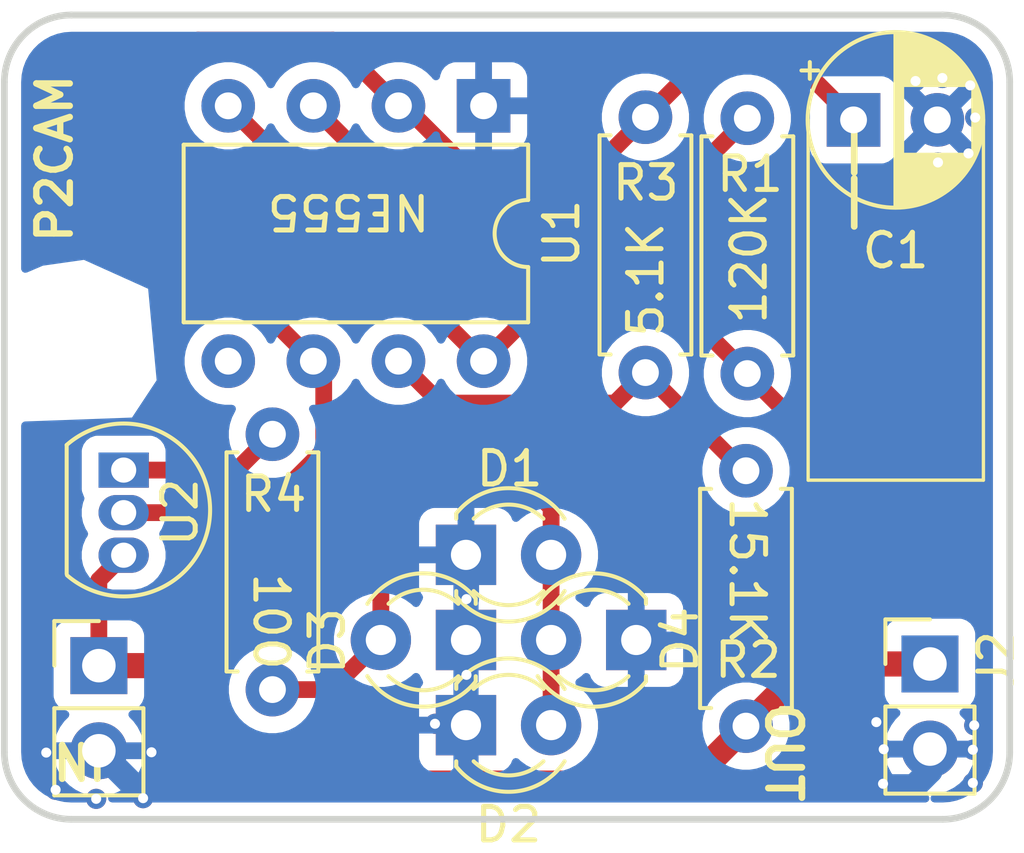
<source format=kicad_pcb>
(kicad_pcb (version 20241229) (generator "pcbnew") (generator_version "9.0")
  (layers (0 "F.Cu" signal) (2 "B.Cu" signal) (13 "F.Paste" user) (15 "B.Paste" user) (5 "F.SilkS" user "F.Silkscreen") (7 "B.SilkS" user "B.Silkscreen") (1 "F.Mask" user) (3 "B.Mask" user) (25 "Edge.Cuts" user))
  (net 0 "")
  (net 1 "GND")
  (net 2 "VCC")
  (net 3 "Net-(U1-Q)")
  (net 4 "Net-(U1-DIS)")
  (net 6 "Net-(D1-A)")
  (net 7 "Net-(U1-THR)")
  (net 8 "Net-(U2-VO)")
  (footprint "Package_TO_SOT_THT:TO-92L_Inline" (layer "F.Cu") (at 125.94 89.54 -90)
    (property "Reference" "U2" (at 1.26 -1.68 90) (layer "F.SilkS"))
    (property "Value" "L78L06_TO92")
    (fp_line (start -0.75 1.7) (end 3.1 1.7) (stroke (width 0.12)) (layer "F.SilkS"))
    (fp_arc (start -0.75 1.7) (mid 1.183448 -2.579449) (end 3.138611 1.690122) (stroke (width 0.12)) (layer "F.SilkS"))
    (pad "1" thru_hole rect (at 0 0 270) (size 1.05 1.5) (drill 0.75) (layers "*.Cu" "*.Mask") (net 8 "Net-(U2-VO)"))
    (pad "2" thru_hole oval (at 1.27 0 270) (size 1.05 1.5) (drill 0.75) (layers "*.Cu" "*.Mask") (net 7 "Net-(U1-THR)"))
    (pad "3" thru_hole oval (at 2.54 0 270) (size 1.05 1.5) (drill 0.75) (layers "*.Cu" "*.Mask") (net 2 "VCC"))
  )
  (footprint "Resistor_THT:R_Axial_DIN0207_L6.3mm_D2.5mm_P7.62mm_Horizontal" (layer "F.Cu") (at 141.51 86.63 90)
    (property "Reference" "R3" (at 5.66 0.01 0) (layer "F.SilkS"))
    (property "Value" "5.1K")
    (fp_line (start 7.08 -1.37) (end 7.08 -1.04) (stroke (width 0.12)) (layer "F.SilkS"))
    (fp_line (start 0.54 -1.37) (end 7.08 -1.37) (stroke (width 0.12)) (layer "F.SilkS"))
    (fp_line (start 0.54 -1.04) (end 0.54 -1.37) (stroke (width 0.12)) (layer "F.SilkS"))
    (fp_line (start 0.54 1.04) (end 0.54 1.37) (stroke (width 0.12)) (layer "F.SilkS"))
    (fp_line (start 7.08 1.37) (end 7.08 1.04) (stroke (width 0.12)) (layer "F.SilkS"))
    (fp_line (start 0.54 1.37) (end 7.08 1.37) (stroke (width 0.12)) (layer "F.SilkS"))
    (pad "1" thru_hole circle (at 0 0 90) (size 1.6 1.6) (drill 0.8) (layers "*.Cu" "*.Mask") (net 4 "Net-(U1-DIS)"))
    (pad "2" thru_hole oval (at 7.62 0 90) (size 1.6 1.6) (drill 0.8) (layers "*.Cu" "*.Mask") (net 7 "Net-(U1-THR)"))
  )
  (footprint "LED_THT:LED_D3.0mm" (layer "F.Cu") (at 141.235 94.61 180)
    (property "Reference" "D4" (at -1.31 0 270) (layer "F.SilkS"))
    (property "Value" "LED_Filled")
    (fp_line (start -0.29 1.08) (end -0.29 1.236) (stroke (width 0.12)) (layer "F.SilkS"))
    (fp_line (start -0.29 -1.236) (end -0.29 -1.08) (stroke (width 0.12)) (layer "F.SilkS"))
    (fp_arc (start 2.942335 1.078608) (mid 1.366487 1.987659) (end -0.29 1.235516) (stroke (width 0.12)) (layer "F.SilkS"))
    (fp_arc (start 2.31113 1.079837) (mid 1.270117 1.5) (end 0.229039 1.08) (stroke (width 0.12)) (layer "F.SilkS"))
    (fp_arc (start 0.229039 -1.08) (mid 1.270117 -1.5) (end 2.31113 -1.079837) (stroke (width 0.12)) (layer "F.SilkS"))
    (fp_arc (start -0.29 -1.235516) (mid 1.366487 -1.987659) (end 2.942335 -1.078608) (stroke (width 0.12)) (layer "F.SilkS"))
    (pad "1" thru_hole rect (at 0 0 180) (size 1.8 1.8) (drill 0.9) (layers "*.Cu" "*.Mask") (net 1 "GND"))
    (pad "2" thru_hole circle (at 2.54 0 180) (size 1.8 1.8) (drill 0.9) (layers "*.Cu" "*.Mask") (net 6 "Net-(D1-A)"))
  )
  (footprint "Resistor_THT:R_Axial_DIN0207_L6.3mm_D2.5mm_P7.62mm_Horizontal" (layer "F.Cu") (at 144.55 86.66 90)
    (property "Reference" "R1" (at 5.95 0.08 0) (layer "F.SilkS"))
    (property "Value" "120K")
    (fp_line (start 7.08 -1.37) (end 7.08 -1.04) (stroke (width 0.12)) (layer "F.SilkS"))
    (fp_line (start 0.54 -1.37) (end 7.08 -1.37) (stroke (width 0.12)) (layer "F.SilkS"))
    (fp_line (start 0.54 -1.04) (end 0.54 -1.37) (stroke (width 0.12)) (layer "F.SilkS"))
    (fp_line (start 0.54 1.04) (end 0.54 1.37) (stroke (width 0.12)) (layer "F.SilkS"))
    (fp_line (start 7.08 1.37) (end 7.08 1.04) (stroke (width 0.12)) (layer "F.SilkS"))
    (fp_line (start 0.54 1.37) (end 7.08 1.37) (stroke (width 0.12)) (layer "F.SilkS"))
    (pad "1" thru_hole circle (at 0 0 90) (size 1.6 1.6) (drill 0.8) (layers "*.Cu" "*.Mask") (net 2 "VCC"))
    (pad "2" thru_hole oval (at 7.62 0 90) (size 1.6 1.6) (drill 0.8) (layers "*.Cu" "*.Mask") (net 3 "Net-(U1-Q)"))
  )
  (footprint "LED_THT:LED_D3.0mm" (layer "F.Cu") (at 136.155 94.61 180)
    (property "Reference" "D3" (at 4.14 -0.03 90) (layer "F.SilkS"))
    (property "Value" "LED_Filled")
    (fp_line (start -0.29 1.08) (end -0.29 1.236) (stroke (width 0.12)) (layer "F.SilkS"))
    (fp_line (start -0.29 -1.236) (end -0.29 -1.08) (stroke (width 0.12)) (layer "F.SilkS"))
    (fp_arc (start 2.942335 1.078608) (mid 1.366487 1.987659) (end -0.29 1.235516) (stroke (width 0.12)) (layer "F.SilkS"))
    (fp_arc (start 2.31113 1.079837) (mid 1.270117 1.5) (end 0.229039 1.08) (stroke (width 0.12)) (layer "F.SilkS"))
    (fp_arc (start 0.229039 -1.08) (mid 1.270117 -1.5) (end 2.31113 -1.079837) (stroke (width 0.12)) (layer "F.SilkS"))
    (fp_arc (start -0.29 -1.235516) (mid 1.366487 -1.987659) (end 2.942335 -1.078608) (stroke (width 0.12)) (layer "F.SilkS"))
    (pad "1" thru_hole rect (at 0 0 180) (size 1.8 1.8) (drill 0.9) (layers "*.Cu" "*.Mask") (net 1 "GND"))
    (pad "2" thru_hole circle (at 2.54 0 180) (size 1.8 1.8) (drill 0.9) (layers "*.Cu" "*.Mask") (net 6 "Net-(D1-A)"))
  )
  (footprint "Package_DIP:DIP-8_W7.62mm" (layer "F.Cu") (at 136.68 78.67 -90)
    (property "Reference" "U1" (at 3.81 -2.33 90) (layer "F.SilkS"))
    (property "Value" "NE555P")
    (fp_line (start 1.16 8.95) (end 6.46 8.95) (stroke (width 0.12)) (layer "F.SilkS"))
    (fp_line (start 6.46 8.95) (end 6.46 -1.33) (stroke (width 0.12)) (layer "F.SilkS"))
    (fp_line (start 1.16 -1.33) (end 1.16 8.95) (stroke (width 0.12)) (layer "F.SilkS"))
    (fp_line (start 2.81 -1.33) (end 1.16 -1.33) (stroke (width 0.12)) (layer "F.SilkS"))
    (fp_line (start 6.46 -1.33) (end 4.81 -1.33) (stroke (width 0.12)) (layer "F.SilkS"))
    (fp_arc (start 4.81 -1.33) (mid 3.81 -0.33) (end 2.81 -1.33) (stroke (width 0.12)) (layer "F.SilkS"))
    (pad "1" thru_hole rect (at 0 0 270) (size 1.6 1.6) (drill 0.8) (layers "*.Cu" "*.Mask") (net 1 "GND"))
    (pad "2" thru_hole oval (at 0 2.54 270) (size 1.6 1.6) (drill 0.8) (layers "*.Cu" "*.Mask") (net 7 "Net-(U1-THR)"))
    (pad "3" thru_hole oval (at 0 5.08 270) (size 1.6 1.6) (drill 0.8) (layers "*.Cu" "*.Mask") (net 3 "Net-(U1-Q)"))
    (pad "4" thru_hole oval (at 0 7.62 270) (size 1.6 1.6) (drill 0.8) (layers "*.Cu" "*.Mask") (net 2 "VCC"))
    (pad "5" thru_hole oval (at 7.62 7.62 270) (size 1.6 1.6) (drill 0.8) (layers "*.Cu" "*.Mask"))
    (pad "6" thru_hole oval (at 7.62 5.08 270) (size 1.6 1.6) (drill 0.8) (layers "*.Cu" "*.Mask") (net 7 "Net-(U1-THR)"))
    (pad "7" thru_hole oval (at 7.62 2.54 270) (size 1.6 1.6) (drill 0.8) (layers "*.Cu" "*.Mask") (net 4 "Net-(U1-DIS)"))
    (pad "8" thru_hole oval (at 7.62 0 270) (size 1.6 1.6) (drill 0.8) (layers "*.Cu" "*.Mask") (net 2 "VCC"))
  )
  (footprint "Resistor_THT:R_Axial_DIN0207_L6.3mm_D2.5mm_P7.62mm_Horizontal" (layer "F.Cu") (at 130.38 88.47 -90)
    (property "Reference" "R4" (at 1.79 -0.03 0) (layer "F.SilkS"))
    (property "Value" "100")
    (fp_line (start 0.54 1.37) (end 7.08 1.37) (stroke (width 0.12)) (layer "F.SilkS"))
    (fp_line (start 7.08 1.37) (end 7.08 1.04) (stroke (width 0.12)) (layer "F.SilkS"))
    (fp_line (start 0.54 1.04) (end 0.54 1.37) (stroke (width 0.12)) (layer "F.SilkS"))
    (fp_line (start 0.54 -1.04) (end 0.54 -1.37) (stroke (width 0.12)) (layer "F.SilkS"))
    (fp_line (start 0.54 -1.37) (end 7.08 -1.37) (stroke (width 0.12)) (layer "F.SilkS"))
    (fp_line (start 7.08 -1.37) (end 7.08 -1.04) (stroke (width 0.12)) (layer "F.SilkS"))
    (pad "1" thru_hole circle (at 0 0 270) (size 1.6 1.6) (drill 0.8) (layers "*.Cu" "*.Mask") (net 8 "Net-(U2-VO)"))
    (pad "2" thru_hole oval (at 7.62 0 270) (size 1.6 1.6) (drill 0.8) (layers "*.Cu" "*.Mask") (net 6 "Net-(D1-A)"))
  )
  (footprint "Capacitor_THT:CP_Radial_D5.0mm_P2.50mm" (layer "F.Cu") (at 147.72 79.09)
    (property "Reference" "C1" (at 1.255 3.9 0) (layer "F.SilkS"))
    (property "Value" "100u")
    (fp_line (start -1.554775 -1.475) (end -1.054775 -1.475) (stroke (width 0.12)) (layer "F.SilkS"))
    (fp_line (start -1.304775 -1.725) (end -1.304775 -1.225) (stroke (width 0.12)) (layer "F.SilkS"))
    (fp_line (start 1.25 -2.58) (end 1.25 2.58) (stroke (width 0.12)) (layer "F.SilkS"))
    (fp_line (start 1.29 -2.58) (end 1.29 2.58) (stroke (width 0.12)) (layer "F.SilkS"))
    (fp_line (start 1.33 -2.579) (end 1.33 2.579) (stroke (width 0.12)) (layer "F.SilkS"))
    (fp_line (start 1.37 -2.578) (end 1.37 2.578) (stroke (width 0.12)) (layer "F.SilkS"))
    (fp_line (start 1.41 -2.576) (end 1.41 2.576) (stroke (width 0.12)) (layer "F.SilkS"))
    (fp_line (start 1.45 -2.573) (end 1.45 2.573) (stroke (width 0.12)) (layer "F.SilkS"))
    (fp_line (start 1.49 -2.569) (end 1.49 -1.04) (stroke (width 0.12)) (layer "F.SilkS"))
    (fp_line (start 1.49 1.04) (end 1.49 2.569) (stroke (width 0.12)) (layer "F.SilkS"))
    (fp_line (start 1.53 -2.565) (end 1.53 -1.04) (stroke (width 0.12)) (layer "F.SilkS"))
    (fp_line (start 1.53 1.04) (end 1.53 2.565) (stroke (width 0.12)) (layer "F.SilkS"))
    (fp_line (start 1.57 -2.561) (end 1.57 -1.04) (stroke (width 0.12)) (layer "F.SilkS"))
    (fp_line (start 1.57 1.04) (end 1.57 2.561) (stroke (width 0.12)) (layer "F.SilkS"))
    (fp_line (start 1.61 -2.556) (end 1.61 -1.04) (stroke (width 0.12)) (layer "F.SilkS"))
    (fp_line (start 1.61 1.04) (end 1.61 2.556) (stroke (width 0.12)) (layer "F.SilkS"))
    (fp_line (start 1.65 -2.55) (end 1.65 -1.04) (stroke (width 0.12)) (layer "F.SilkS"))
    (fp_line (start 1.65 1.04) (end 1.65 2.55) (stroke (width 0.12)) (layer "F.SilkS"))
    (fp_line (start 1.69 -2.543) (end 1.69 -1.04) (stroke (width 0.12)) (layer "F.SilkS"))
    (fp_line (start 1.69 1.04) (end 1.69 2.543) (stroke (width 0.12)) (layer "F.SilkS"))
    (fp_line (start 1.73 -2.536) (end 1.73 -1.04) (stroke (width 0.12)) (layer "F.SilkS"))
    (fp_line (start 1.73 1.04) (end 1.73 2.536) (stroke (width 0.12)) (layer "F.SilkS"))
    (fp_line (start 1.77 -2.528) (end 1.77 -1.04) (stroke (width 0.12)) (layer "F.SilkS"))
    (fp_line (start 1.77 1.04) (end 1.77 2.528) (stroke (width 0.12)) (layer "F.SilkS"))
    (fp_line (start 1.81 -2.52) (end 1.81 -1.04) (stroke (width 0.12)) (layer "F.SilkS"))
    (fp_line (start 1.81 1.04) (end 1.81 2.52) (stroke (width 0.12)) (layer "F.SilkS"))
    (fp_line (start 1.85 -2.511) (end 1.85 -1.04) (stroke (width 0.12)) (layer "F.SilkS"))
    (fp_line (start 1.85 1.04) (end 1.85 2.511) (stroke (width 0.12)) (layer "F.SilkS"))
    (fp_line (start 1.89 -2.501) (end 1.89 -1.04) (stroke (width 0.12)) (layer "F.SilkS"))
    (fp_line (start 1.89 1.04) (end 1.89 2.501) (stroke (width 0.12)) (layer "F.SilkS"))
    (fp_line (start 1.93 -2.491) (end 1.93 -1.04) (stroke (width 0.12)) (layer "F.SilkS"))
    (fp_line (start 1.93 1.04) (end 1.93 2.491) (stroke (width 0.12)) (layer "F.SilkS"))
    (fp_line (start 1.971 -2.48) (end 1.971 -1.04) (stroke (width 0.12)) (layer "F.SilkS"))
    (fp_line (start 1.971 1.04) (end 1.971 2.48) (stroke (width 0.12)) (layer "F.SilkS"))
    (fp_line (start 2.011 -2.468) (end 2.011 -1.04) (stroke (width 0.12)) (layer "F.SilkS"))
    (fp_line (start 2.011 1.04) (end 2.011 2.468) (stroke (width 0.12)) (layer "F.SilkS"))
    (fp_line (start 2.051 -2.455) (end 2.051 -1.04) (stroke (width 0.12)) (layer "F.SilkS"))
    (fp_line (start 2.051 1.04) (end 2.051 2.455) (stroke (width 0.12)) (layer "F.SilkS"))
    (fp_line (start 2.091 -2.442) (end 2.091 -1.04) (stroke (width 0.12)) (layer "F.SilkS"))
    (fp_line (start 2.091 1.04) (end 2.091 2.442) (stroke (width 0.12)) (layer "F.SilkS"))
    (fp_line (start 2.131 -2.428) (end 2.131 -1.04) (stroke (width 0.12)) (layer "F.SilkS"))
    (fp_line (start 2.131 1.04) (end 2.131 2.428) (stroke (width 0.12)) (layer "F.SilkS"))
    (fp_line (start 2.171 -2.414) (end 2.171 -1.04) (stroke (width 0.12)) (layer "F.SilkS"))
    (fp_line (start 2.171 1.04) (end 2.171 2.414) (stroke (width 0.12)) (layer "F.SilkS"))
    (fp_line (start 2.211 -2.398) (end 2.211 -1.04) (stroke (width 0.12)) (layer "F.SilkS"))
    (fp_line (start 2.211 1.04) (end 2.211 2.398) (stroke (width 0.12)) (layer "F.SilkS"))
    (fp_line (start 2.251 -2.382) (end 2.251 -1.04) (stroke (width 0.12)) (layer "F.SilkS"))
    (fp_line (start 2.251 1.04) (end 2.251 2.382) (stroke (width 0.12)) (layer "F.SilkS"))
    (fp_line (start 2.291 -2.365) (end 2.291 -1.04) (stroke (width 0.12)) (layer "F.SilkS"))
    (fp_line (start 2.291 1.04) (end 2.291 2.365) (stroke (width 0.12)) (layer "F.SilkS"))
    (fp_line (start 2.331 -2.348) (end 2.331 -1.04) (stroke (width 0.12)) (layer "F.SilkS"))
    (fp_line (start 2.331 1.04) (end 2.331 2.348) (stroke (width 0.12)) (layer "F.SilkS"))
    (fp_line (start 2.371 -2.329) (end 2.371 -1.04) (stroke (width 0.12)) (layer "F.SilkS"))
    (fp_line (start 2.371 1.04) (end 2.371 2.329) (stroke (width 0.12)) (layer "F.SilkS"))
    (fp_line (start 2.411 -2.31) (end 2.411 -1.04) (stroke (width 0.12)) (layer "F.SilkS"))
    (fp_line (start 2.411 1.04) (end 2.411 2.31) (stroke (width 0.12)) (layer "F.SilkS"))
    (fp_line (start 2.451 -2.29) (end 2.451 -1.04) (stroke (width 0.12)) (layer "F.SilkS"))
    (fp_line (start 2.451 1.04) (end 2.451 2.29) (stroke (width 0.12)) (layer "F.SilkS"))
    (fp_line (start 2.491 -2.268) (end 2.491 -1.04) (stroke (width 0.12)) (layer "F.SilkS"))
    (fp_line (start 2.491 1.04) (end 2.491 2.268) (stroke (width 0.12)) (layer "F.SilkS"))
    (fp_line (start 2.531 -2.247) (end 2.531 -1.04) (stroke (width 0.12)) (layer "F.SilkS"))
    (fp_line (start 2.531 1.04) (end 2.531 2.247) (stroke (width 0.12)) (layer "F.SilkS"))
    (fp_line (start 2.571 -2.224) (end 2.571 -1.04) (stroke (width 0.12)) (layer "F.SilkS"))
    (fp_line (start 2.571 1.04) (end 2.571 2.224) (stroke (width 0.12)) (layer "F.SilkS"))
    (fp_line (start 2.611 -2.2) (end 2.611 -1.04) (stroke (width 0.12)) (layer "F.SilkS"))
    (fp_line (start 2.611 1.04) (end 2.611 2.2) (stroke (width 0.12)) (layer "F.SilkS"))
    (fp_line (start 2.651 -2.175) (end 2.651 -1.04) (stroke (width 0.12)) (layer "F.SilkS"))
    (fp_line (start 2.651 1.04) (end 2.651 2.175) (stroke (width 0.12)) (layer "F.SilkS"))
    (fp_line (start 2.691 -2.149) (end 2.691 -1.04) (stroke (width 0.12)) (layer "F.SilkS"))
    (fp_line (start 2.691 1.04) (end 2.691 2.149) (stroke (width 0.12)) (layer "F.SilkS"))
    (fp_line (start 2.731 -2.122) (end 2.731 -1.04) (stroke (width 0.12)) (layer "F.SilkS"))
    (fp_line (start 2.731 1.04) (end 2.731 2.122) (stroke (width 0.12)) (layer "F.SilkS"))
    (fp_line (start 2.771 -2.095) (end 2.771 -1.04) (stroke (width 0.12)) (layer "F.SilkS"))
    (fp_line (start 2.771 1.04) (end 2.771 2.095) (stroke (width 0.12)) (layer "F.SilkS"))
    (fp_line (start 2.811 -2.065) (end 2.811 -1.04) (stroke (width 0.12)) (layer "F.SilkS"))
    (fp_line (start 2.811 1.04) (end 2.811 2.065) (stroke (width 0.12)) (layer "F.SilkS"))
    (fp_line (start 2.851 -2.035) (end 2.851 -1.04) (stroke (width 0.12)) (layer "F.SilkS"))
    (fp_line (start 2.851 1.04) (end 2.851 2.035) (stroke (width 0.12)) (layer "F.SilkS"))
    (fp_line (start 2.891 -2.004) (end 2.891 -1.04) (stroke (width 0.12)) (layer "F.SilkS"))
    (fp_line (start 2.891 1.04) (end 2.891 2.004) (stroke (width 0.12)) (layer "F.SilkS"))
    (fp_line (start 2.931 -1.971) (end 2.931 -1.04) (stroke (width 0.12)) (layer "F.SilkS"))
    (fp_line (start 2.931 1.04) (end 2.931 1.971) (stroke (width 0.12)) (layer "F.SilkS"))
    (fp_line (start 2.971 -1.937) (end 2.971 -1.04) (stroke (width 0.12)) (layer "F.SilkS"))
    (fp_line (start 2.971 1.04) (end 2.971 1.937) (stroke (width 0.12)) (layer "F.SilkS"))
    (fp_line (start 3.011 -1.901) (end 3.011 -1.04) (stroke (width 0.12)) (layer "F.SilkS"))
    (fp_line (start 3.011 1.04) (end 3.011 1.901) (stroke (width 0.12)) (layer "F.SilkS"))
    (fp_line (start 3.051 -1.864) (end 3.051 -1.04) (stroke (width 0.12)) (layer "F.SilkS"))
    (fp_line (start 3.051 1.04) (end 3.051 1.864) (stroke (width 0.12)) (layer "F.SilkS"))
    (fp_line (start 3.091 -1.826) (end 3.091 -1.04) (stroke (width 0.12)) (layer "F.SilkS"))
    (fp_line (start 3.091 1.04) (end 3.091 1.826) (stroke (width 0.12)) (layer "F.SilkS"))
    (fp_line (start 3.131 -1.785) (end 3.131 -1.04) (stroke (width 0.12)) (layer "F.SilkS"))
    (fp_line (start 3.131 1.04) (end 3.131 1.785) (stroke (width 0.12)) (layer "F.SilkS"))
    (fp_line (start 3.171 -1.743) (end 3.171 -1.04) (stroke (width 0.12)) (layer "F.SilkS"))
    (fp_line (start 3.171 1.04) (end 3.171 1.743) (stroke (width 0.12)) (layer "F.SilkS"))
    (fp_line (start 3.211 -1.699) (end 3.211 -1.04) (stroke (width 0.12)) (layer "F.SilkS"))
    (fp_line (start 3.211 1.04) (end 3.211 1.699) (stroke (width 0.12)) (layer "F.SilkS"))
    (fp_line (start 3.251 -1.653) (end 3.251 -1.04) (stroke (width 0.12)) (layer "F.SilkS"))
    (fp_line (start 3.251 1.04) (end 3.251 1.653) (stroke (width 0.12)) (layer "F.SilkS"))
    (fp_line (start 3.291 -1.605) (end 3.291 -1.04) (stroke (width 0.12)) (layer "F.SilkS"))
    (fp_line (start 3.291 1.04) (end 3.291 1.605) (stroke (width 0.12)) (layer "F.SilkS"))
    (fp_line (start 3.331 -1.554) (end 3.331 -1.04) (stroke (width 0.12)) (layer "F.SilkS"))
    (fp_line (start 3.331 1.04) (end 3.331 1.554) (stroke (width 0.12)) (layer "F.SilkS"))
    (fp_line (start 3.371 -1.5) (end 3.371 -1.04) (stroke (width 0.12)) (layer "F.SilkS"))
    (fp_line (start 3.371 1.04) (end 3.371 1.5) (stroke (width 0.12)) (layer "F.SilkS"))
    (fp_line (start 3.411 -1.443) (end 3.411 -1.04) (stroke (width 0.12)) (layer "F.SilkS"))
    (fp_line (start 3.411 1.04) (end 3.411 1.443) (stroke (width 0.12)) (layer "F.SilkS"))
    (fp_line (start 3.451 -1.383) (end 3.451 -1.04) (stroke (width 0.12)) (layer "F.SilkS"))
    (fp_line (start 3.451 1.04) (end 3.451 1.383) (stroke (width 0.12)) (layer "F.SilkS"))
    (fp_line (start 3.491 -1.319) (end 3.491 -1.04) (stroke (width 0.12)) (layer "F.SilkS"))
    (fp_line (start 3.491 1.04) (end 3.491 1.319) (stroke (width 0.12)) (layer "F.SilkS"))
    (fp_line (start 3.531 -1.251) (end 3.531 -1.04) (stroke (width 0.12)) (layer "F.SilkS"))
    (fp_line (start 3.531 1.04) (end 3.531 1.251) (stroke (width 0.12)) (layer "F.SilkS"))
    (fp_line (start 3.571 -1.178) (end 3.571 1.178) (stroke (width 0.12)) (layer "F.SilkS"))
    (fp_line (start 3.611 -1.098) (end 3.611 1.098) (stroke (width 0.12)) (layer "F.SilkS"))
    (fp_line (start 3.651 -1.011) (end 3.651 1.011) (stroke (width 0.12)) (layer "F.SilkS"))
    (fp_line (start 3.691 -0.915) (end 3.691 0.915) (stroke (width 0.12)) (layer "F.SilkS"))
    (fp_line (start 3.731 -0.805) (end 3.731 0.805) (stroke (width 0.12)) (layer "F.SilkS"))
    (fp_line (start 3.771 -0.677) (end 3.771 0.677) (stroke (width 0.12)) (layer "F.SilkS"))
    (fp_line (start 3.811 -0.518) (end 3.811 0.518) (stroke (width 0.12)) (layer "F.SilkS"))
    (fp_line (start 3.851 -0.284) (end 3.851 0.284) (stroke (width 0.12)) (layer "F.SilkS"))
    (fp_circle (center 1.25 0) (end 3.87 0) (stroke (width 0.12)) (fill no) (layer "F.SilkS"))
    (pad "1" thru_hole rect (at 0 0) (size 1.6 1.6) (drill 0.8) (layers "*.Cu" "*.Mask") (net 7 "Net-(U1-THR)"))
    (pad "2" thru_hole circle (at 2.5 0) (size 1.6 1.6) (drill 0.8) (layers "*.Cu" "*.Mask") (net 1 "GND"))
  )
  (footprint "Connector_PinHeader_2.54mm:PinHeader_1x02_P2.54mm_Vertical" (layer "F.Cu") (at 150 95.325)
    (property "Reference" "J2" (at 1.97 -0.12 90) (layer "F.SilkS"))
    (property "Value" "Conn_01x02_MountingPin" (hide yes))
    (fp_line (start -1.33 -1.33) (end 0 -1.33) (stroke (width 0.12)) (layer "F.SilkS"))
    (fp_line (start -1.33 0) (end -1.33 -1.33) (stroke (width 0.12)) (layer "F.SilkS"))
    (fp_line (start -1.33 1.27) (end -1.33 3.87) (stroke (width 0.12)) (layer "F.SilkS"))
    (fp_line (start -1.33 1.27) (end 1.33 1.27) (stroke (width 0.12)) (layer "F.SilkS"))
    (fp_line (start -1.33 3.87) (end 1.33 3.87) (stroke (width 0.12)) (layer "F.SilkS"))
    (fp_line (start 1.33 1.27) (end 1.33 3.87) (stroke (width 0.12)) (layer "F.SilkS"))
    (pad "1" thru_hole rect (at 0 0) (size 1.7 1.7) (drill 1) (layers "*.Cu" "*.Mask") (net 2 "VCC"))
    (pad "2" thru_hole oval (at 0 2.54) (size 1.7 1.7) (drill 1) (layers "*.Cu" "*.Mask") (net 1 "GND"))
  )
  (footprint "LED_THT:LED_D3.0mm" (layer "F.Cu") (at 136.155 92.07)
    (property "Reference" "D1" (at 1.3 -2.57 0) (layer "F.SilkS"))
    (property "Value" "LED_Filled")
    (fp_line (start -0.29 -1.236) (end -0.29 -1.08) (stroke (width 0.12)) (layer "F.SilkS"))
    (fp_line (start -0.29 1.08) (end -0.29 1.236) (stroke (width 0.12)) (layer "F.SilkS"))
    (fp_arc (start -0.29 -1.235516) (mid 1.366487 -1.987659) (end 2.942335 -1.078608) (stroke (width 0.12)) (layer "F.SilkS"))
    (fp_arc (start 0.229039 -1.08) (mid 1.270117 -1.5) (end 2.31113 -1.079837) (stroke (width 0.12)) (layer "F.SilkS"))
    (fp_arc (start 2.31113 1.079837) (mid 1.270117 1.5) (end 0.229039 1.08) (stroke (width 0.12)) (layer "F.SilkS"))
    (fp_arc (start 2.942335 1.078608) (mid 1.366487 1.987659) (end -0.29 1.235516) (stroke (width 0.12)) (layer "F.SilkS"))
    (pad "1" thru_hole rect (at 0 0) (size 1.8 1.8) (drill 0.9) (layers "*.Cu" "*.Mask") (net 1 "GND"))
    (pad "2" thru_hole circle (at 2.54 0) (size 1.8 1.8) (drill 0.9) (layers "*.Cu" "*.Mask") (net 6 "Net-(D1-A)"))
  )
  (footprint "LED_THT:LED_D3.0mm" (layer "F.Cu") (at 136.155 97.15)
    (property "Reference" "D2" (at 1.265 2.97 0) (layer "F.SilkS"))
    (property "Value" "LED_Filled")
    (fp_line (start -0.29 -1.236) (end -0.29 -1.08) (stroke (width 0.12)) (layer "F.SilkS"))
    (fp_line (start -0.29 1.08) (end -0.29 1.236) (stroke (width 0.12)) (layer "F.SilkS"))
    (fp_arc (start -0.29 -1.235516) (mid 1.366487 -1.987659) (end 2.942335 -1.078608) (stroke (width 0.12)) (layer "F.SilkS"))
    (fp_arc (start 0.229039 -1.08) (mid 1.270117 -1.5) (end 2.31113 -1.079837) (stroke (width 0.12)) (layer "F.SilkS"))
    (fp_arc (start 2.31113 1.079837) (mid 1.270117 1.5) (end 0.229039 1.08) (stroke (width 0.12)) (layer "F.SilkS"))
    (fp_arc (start 2.942335 1.078608) (mid 1.366487 1.987659) (end -0.29 1.235516) (stroke (width 0.12)) (layer "F.SilkS"))
    (pad "1" thru_hole rect (at 0 0) (size 1.8 1.8) (drill 0.9) (layers "*.Cu" "*.Mask") (net 1 "GND"))
    (pad "2" thru_hole circle (at 2.54 0) (size 1.8 1.8) (drill 0.9) (layers "*.Cu" "*.Mask") (net 6 "Net-(D1-A)"))
  )
  (footprint "Resistor_THT:R_Axial_DIN0207_L6.3mm_D2.5mm_P7.62mm_Horizontal" (layer "F.Cu") (at 144.51 97.18 90)
    (property "Reference" "R2" (at 1.97 0.06 0) (layer "F.SilkS"))
    (property "Value" "15.1K")
    (fp_line (start 7.08 -1.37) (end 7.08 -1.04) (stroke (width 0.12)) (layer "F.SilkS"))
    (fp_line (start 0.54 -1.37) (end 7.08 -1.37) (stroke (width 0.12)) (layer "F.SilkS"))
    (fp_line (start 0.54 -1.04) (end 0.54 -1.37) (stroke (width 0.12)) (layer "F.SilkS"))
    (fp_line (start 0.54 1.04) (end 0.54 1.37) (stroke (width 0.12)) (layer "F.SilkS"))
    (fp_line (start 7.08 1.37) (end 7.08 1.04) (stroke (width 0.12)) (layer "F.SilkS"))
    (fp_line (start 0.54 1.37) (end 7.08 1.37) (stroke (width 0.12)) (layer "F.SilkS"))
    (pad "1" thru_hole circle (at 0 0 90) (size 1.6 1.6) (drill 0.8) (layers "*.Cu" "*.Mask") (net 2 "VCC"))
    (pad "2" thru_hole oval (at 7.62 0 90) (size 1.6 1.6) (drill 0.8) (layers "*.Cu" "*.Mask") (net 4 "Net-(U1-DIS)"))
  )
  (footprint "MountingHole:MountingHole_3mm" (layer "F.Cu") (at 124.55 85.76 180)
    (property "Reference" "REF**" (hide yes))
    (property "Value" "MountingHole_3mm" (hide yes))
    (pad "" np_thru_hole circle (at 0 0 180) (size 3 3) (drill 3) (layers "*.Cu" "*.Mask"))
  )
  (footprint "Connector_PinHeader_2.54mm:PinHeader_1x02_P2.54mm_Vertical" (layer "F.Cu") (at 125.2 95.375)
    (property "Reference" "J3" (hide yes))
    (property "Value" "Conn_01x02_MountingPin" (hide yes))
    (fp_line (start -1.33 -1.33) (end 0 -1.33) (stroke (width 0.12)) (layer "F.SilkS"))
    (fp_line (start -1.33 0) (end -1.33 -1.33) (stroke (width 0.12)) (layer "F.SilkS"))
    (fp_line (start -1.33 1.27) (end -1.33 3.87) (stroke (width 0.12)) (layer "F.SilkS"))
    (fp_line (start -1.33 1.27) (end 1.33 1.27) (stroke (width 0.12)) (layer "F.SilkS"))
    (fp_line (start -1.33 3.87) (end 1.33 3.87) (stroke (width 0.12)) (layer "F.SilkS"))
    (fp_line (start 1.33 1.27) (end 1.33 3.87) (stroke (width 0.12)) (layer "F.SilkS"))
    (pad "1" thru_hole rect (at 0 0) (size 1.7 1.7) (drill 1) (layers "*.Cu" "*.Mask") (net 2 "VCC"))
    (pad "2" thru_hole oval (at 0 2.54) (size 1.7 1.7) (drill 1) (layers "*.Cu" "*.Mask") (net 1 "GND"))
  )
  (gr_line (start 146.365113 79.08) (end 146.365113 89.84) (stroke (width 0.1)) (layer "F.SilkS"))
  (gr_line (start 146.365113 89.84) (end 151.595113 89.84) (stroke (width 0.1)) (layer "F.SilkS"))
  (gr_line (start 151.595113 89.84) (end 151.595113 79.08) (stroke (width 0.1)) (layer "F.SilkS"))
  (gr_arc (start 122.38 77.96) (mid 122.965786 76.545786) (end 124.38 75.96) (stroke (width 0.2)) (layer "Edge.Cuts"))
  (gr_line (start 124.38 75.96) (end 150.38 75.96) (stroke (width 0.2)) (layer "Edge.Cuts"))
  (gr_line (start 122.38 97.96) (end 122.38 77.96) (stroke (width 0.2)) (layer "Edge.Cuts"))
  (gr_line (start 150.38 99.96) (end 124.38 99.96) (stroke (width 0.2)) (layer "Edge.Cuts"))
  (gr_arc (start 152.38 97.96) (mid 151.794214 99.374214) (end 150.38 99.96) (stroke (width 0.2)) (layer "Edge.Cuts"))
  (gr_arc (start 150.38 75.96) (mid 151.794214 76.545786) (end 152.38 77.96) (stroke (width 0.2)) (layer "Edge.Cuts"))
  (gr_arc (start 124.38 99.96) (mid 122.965786 99.374214) (end 122.38 97.96) (stroke (width 0.2)) (layer "Edge.Cuts"))
  (gr_line (start 152.38 77.96) (end 152.38 97.96) (stroke (width 0.2)) (layer "Edge.Cuts"))
  (gr_text "5.1K" (at 141.52 83.86 90) (layer "F.SilkS") (effects (font (size 1 1))))
  (gr_text "15.1K" (at 144.55 92.55 -90) (layer "F.SilkS") (effects (font (size 1 1))))
  (gr_text "100\n" (at 130.34 94.06 -90) (layer "F.SilkS") (effects (font (size 1 1))))
  (gr_text "120K" (at 144.6 83.23 90) (layer "F.SilkS") (effects (font (size 1 1))))
  (gr_text "P2CAM" (at 123.88 80.24 90) (layer "F.SilkS") (effects (font (size 1 1) (thickness 0.19) (bold yes))))
  (gr_text "NE555" (at 132.65 81.83 180) (layer "F.SilkS") (effects (font (size 1 1))))
  (gr_text "|\n|" (at 147.74 80.82 180) (layer "F.SilkS") (effects (font (size 1 1) (thickness 0.2) (bold yes))))
  (gr_text "OUT" (at 145.63 97.98 -90) (layer "F.SilkS") (effects (font (size 1 1) (thickness 0.2) (bold yes))))
  (gr_text "IN" (at 124.63 98.2 180) (layer "F.SilkS") (effects (font (size 1 1) (thickness 0.2) (bold yes))))
  (via (at 150.37 77.84) (size 0.6) (drill 0.3) (layers "F.Cu" "B.Cu") (net 1))
  (via (at 136.17 95.65) (size 0.6) (drill 0.3) (layers "F.Cu" "B.Cu") (net 1))
  (via (at 151.28 97.885) (size 0.6) (drill 0.3) (layers "F.Cu" "B.Cu") (net 1))
  (via (at 151.32 97.155) (size 0.6) (drill 0.3) (layers "F.Cu" "B.Cu") (net 1))
  (via (at 151.15 80.09) (size 0.6) (drill 0.3) (layers "F.Cu" "B.Cu") (net 1))
  (via (at 148.62 97.87) (size 0.6) (drill 0.3) (layers "F.Cu" "B.Cu") (net 1))
  (via (at 151.35 79.02) (size 0.6) (drill 0.3) (layers "F.Cu" "B.Cu") (net 1))
  (via (at 149.57 77.93) (size 0.6) (drill 0.3) (layers "F.Cu" "B.Cu") (net 1))
  (via (at 135.23 97.11) (size 0.6) (drill 0.3) (layers "F.Cu" "B.Cu") (net 1))
  (via (at 151.2 78.06) (size 0.6) (drill 0.3) (layers "F.Cu" "B.Cu") (net 1))
  (via (at 123.63 97.97) (size 0.6) (drill 0.3) (layers "F.Cu" "B.Cu") (net 1))
  (via (at 148.6 98.9) (size 0.6) (drill 0.3) (layers "F.Cu" "B.Cu") (net 1))
  (via (at 136.17 93.39) (size 0.6) (drill 0.3) (layers "F.Cu" "B.Cu") (net 1))
  (via (at 150.24 80.36) (size 0.6) (drill 0.3) (layers "F.Cu" "B.Cu") (net 1))
  (via (at 125.12 99.35) (size 0.6) (drill 0.3) (layers "F.Cu" "B.Cu") (net 1))
  (via (at 151.28 98.875) (size 0.6) (drill 0.3) (layers "F.Cu" "B.Cu") (net 1))
  (via (at 123.91 99.08) (size 0.6) (drill 0.3) (layers "F.Cu" "B.Cu") (net 1))
  (via (at 126.52 99.33) (size 0.6) (drill 0.3) (layers "F.Cu" "B.Cu") (net 1))
  (via (at 126.77 97.96) (size 0.6) (drill 0.3) (layers "F.Cu" "B.Cu") (net 1))
  (via (at 148.4 97.06) (size 0.6) (drill 0.3) (layers "F.Cu" "B.Cu") (net 1))
  (segment (start 136.155 98.595) (end 136.205 98.595) (width 0.75) (layer "B.Cu") (net 1))
  (segment (start 126.275 98.99) (end 135.76 98.99) (width 0.75) (layer "B.Cu") (net 1))
  (segment (start 136.155 94.61) (end 136.155 97.15) (width 0.75) (layer "B.Cu") (net 1))
  (segment (start 136.155 92.07) (end 136.155 94.61) (width 0.75) (layer "B.Cu") (net 1))
  (segment (start 149.525 98.99) (end 150 98.515) (width 0.75) (layer "B.Cu") (net 1))
  (segment (start 136.17 93.39) (end 136.17 92.085) (width 0.75) (layer "B.Cu") (net 1))
  (segment (start 136.205 98.595) (end 136.6 98.99) (width 0.75) (layer "B.Cu") (net 1))
  (segment (start 135.76 98.99) (end 136.6 98.99) (width 0.75) (layer "B.Cu") (net 1))
  (segment (start 136.155 98.595) (end 135.76 98.99) (width 0.75) (layer "B.Cu") (net 1))
  (segment (start 136.17 95.65) (end 136.17 94.625) (width 0.2) (layer "B.Cu") (net 1))
  (segment (start 136.17 92.085) (end 136.155 92.07) (width 0.75) (layer "B.Cu") (net 1))
  (segment (start 136.6 98.99) (end 149.525 98.99) (width 0.75) (layer "B.Cu") (net 1))
  (segment (start 150 98.515) (end 150 97.865) (width 0.75) (layer "B.Cu") (net 1))
  (segment (start 136.155 97.15) (end 136.155 98.595) (width 0.75) (layer "B.Cu") (net 1))
  (segment (start 136.17 94.625) (end 136.155 94.61) (width 0.2) (layer "B.Cu") (net 1))
  (segment (start 125.2 97.915) (end 126.275 98.99) (width 0.75) (layer "B.Cu") (net 1))
  (segment (start 142.81 98.88) (end 144.51 97.18) (width 0.75) (layer "F.Cu") (net 2))
  (segment (start 144.51 97.18) (end 146.42 95.27) (width 0.75) (layer "F.Cu") (net 2))
  (segment (start 146.42 95.27) (end 146.475 95.325) (width 0.75) (layer "F.Cu") (net 2))
  (segment (start 125.2 95.375) (end 125.2 92.82) (width 0.5) (layer "F.Cu") (net 2))
  (segment (start 144.55 86.66) (end 142.43 84.54) (width 0.5) (layer "F.Cu") (net 2))
  (segment (start 146.42 95.27) (end 146.42 88.53) (width 0.5) (layer "F.Cu") (net 2))
  (segment (start 138.43 84.54) (end 136.68 86.29) (width 0.5) (layer "F.Cu") (net 2))
  (segment (start 129.06 78.67) (end 136.68 86.29) (width 0.5) (layer "F.Cu") (net 2))
  (segment (start 144.51 97.18) (end 144.51 97.195) (width 0.75) (layer "F.Cu") (net 2))
  (segment (start 142.43 84.54) (end 138.43 84.54) (width 0.5) (layer "F.Cu") (net 2))
  (segment (start 125.2 95.375) (end 126.8 95.375) (width 0.75) (layer "F.Cu") (net 2))
  (segment (start 126.8 95.375) (end 130.305 98.88) (width 0.75) (layer "F.Cu") (net 2))
  (segment (start 146.475 95.325) (end 149.9 95.325) (width 0.75) (layer "F.Cu") (net 2))
  (segment (start 146.42 88.53) (end 144.55 86.66) (width 0.5) (layer "F.Cu") (net 2))
  (segment (start 130.305 98.88) (end 142.81 98.88) (width 0.75) (layer "F.Cu") (net 2))
  (segment (start 144.205 97.5) (end 144.405 97.3) (width 0.75) (layer "F.Cu") (net 2))
  (segment (start 125.2 92.82) (end 125.94 92.08) (width 0.5) (layer "F.Cu") (net 2))
  (segment (start 134.29 81.4) (end 142.21 81.4) (width 0.5) (layer "F.Cu") (net 3))
  (segment (start 131.6 78.71) (end 134.29 81.4) (width 0.5) (layer "F.Cu") (net 3))
  (segment (start 142.21 81.4) (end 144.55 79.06) (width 0.5) (layer "F.Cu") (net 3))
  (segment (start 131.6 78.67) (end 131.6 78.71) (width 0.5) (layer "F.Cu") (net 3))
  (segment (start 144.55 79.06) (end 144.55 79.04) (width 0.5) (layer "F.Cu") (net 3))
  (segment (start 144.44 89.56) (end 141.51 86.63) (width 0.5) (layer "F.Cu") (net 4))
  (segment (start 135.39 87.54) (end 134.14 86.29) (width 0.5) (layer "F.Cu") (net 4))
  (segment (start 140.6 87.54) (end 135.39 87.54) (width 0.5) (layer "F.Cu") (net 4))
  (segment (start 144.51 89.56) (end 144.43 89.56) (width 0.5) (layer "F.Cu") (net 4))
  (segment (start 141.51 86.63) (end 140.6 87.54) (width 0.5) (layer "F.Cu") (net 4))
  (segment (start 144.51 89.56) (end 144.44 89.56) (width 0.5) (layer "F.Cu") (net 4))
  (segment (start 133.615 91.235) (end 135.12 89.73) (width 0.5) (layer "F.Cu") (net 6))
  (segment (start 130.38 96.09) (end 132.135 96.09) (width 0.5) (layer "F.Cu") (net 6))
  (segment (start 137.76 89.73) (end 138.695 90.665) (width 0.5) (layer "F.Cu") (net 6))
  (segment (start 138.695 92.07) (end 138.695 94.61) (width 0.5) (layer "F.Cu") (net 6))
  (segment (start 132.135 96.09) (end 133.615 94.61) (width 0.5) (layer "F.Cu") (net 6))
  (segment (start 135.12 89.73) (end 137.76 89.73) (width 0.5) (layer "F.Cu") (net 6))
  (segment (start 133.615 94.61) (end 133.615 91.235) (width 0.5) (layer "F.Cu") (net 6))
  (segment (start 138.695 90.665) (end 138.695 92.07) (width 0.5) (layer "F.Cu") (net 6))
  (segment (start 138.695 97.15) (end 138.695 94.61) (width 0.5) (layer "F.Cu") (net 6))
  (segment (start 126.67 81.36) (end 126.67 78.2) (width 0.5) (layer "F.Cu") (net 7))
  (segment (start 126.67 78.2) (end 128.16 76.71) (width 0.5) (layer "F.Cu") (net 7))
  (segment (start 131.6 86.29) (end 126.67 81.36) (width 0.5) (layer "F.Cu") (net 7))
  (segment (start 131.91 88.95) (end 131.91 86.6) (width 0.5) (layer "F.Cu") (net 7))
  (segment (start 134.45 78.8) (end 135.92 80.27) (width 0.5) (layer "F.Cu") (net 7))
  (segment (start 135.92 80.27) (end 140.25 80.27) (width 0.5) (layer "F.Cu") (net 7))
  (segment (start 130.05 90.81) (end 125.94 90.81) (width 0.5) (layer "F.Cu") (net 7))
  (segment (start 132.18 76.71) (end 134.27 78.8) (width 0.5) (layer "F.Cu") (net 7))
  (segment (start 147.72 79.08) (end 145.87 77.23) (width 0.5) (layer "F.Cu") (net 7))
  (segment (start 143.29 77.23) (end 141.51 79.01) (width 0.5) (layer "F.Cu") (net 7))
  (segment (start 131.91 88.95) (end 130.05 90.81) (width 0.5) (layer "F.Cu") (net 7))
  (segment (start 140.25 80.27) (end 141.51 79.01) (width 0.5) (layer "F.Cu") (net 7))
  (segment (start 147.72 79.09) (end 147.72 79.08) (width 0.5) (layer "F.Cu") (net 7))
  (segment (start 128.16 76.71) (end 132.18 76.71) (width 0.5) (layer "F.Cu") (net 7))
  (segment (start 134.27 78.8) (end 134.45 78.8) (width 0.5) (layer "F.Cu") (net 7))
  (segment (start 131.91 86.6) (end 131.6 86.29) (width 0.5) (layer "F.Cu") (net 7))
  (segment (start 145.87 77.23) (end 143.29 77.23) (width 0.5) (layer "F.Cu") (net 7))
  (segment (start 129.31 89.54) (end 130.38 88.47) (width 0.5) (layer "F.Cu") (net 8))
  (segment (start 125.94 89.54) (end 129.31 89.54) (width 0.5) (layer "F.Cu") (net 8))
  (zone (net 0) (net_name "") (layers "F.Cu" "B.Cu") (name "screw Hole") (connect_pads (clearance 0)) (min_thickness 0.25)
    (keepout (tracks not_allowed) (vias not_allowed) (pads not_allowed) (copperpour not_allowed) (footprints allowed))
    (fill (thermal_gap 0.5) (thermal_bridge_width 0.5))
    (polygon (pts (xy 126.67043 84.129854) (xy 126.924175 86.859384) (xy 126.189185 87.971993) (xy 122.339679 88.112657) (xy 122.339679 83.95) (xy 123.53234 83.44) (xy 124.753254 83.266425)))
  )
  (zone (net 1) (net_name "GND") (layer "B.Cu") (priority 2) (connect_pads (clearance 0.5)) (min_thickness 0.25) (fill yes (thermal_gap 0.5) (thermal_bridge_width 0.5))
    (polygon (pts (xy 122.25 99.91) (xy 152.28 99.91) (xy 152.44 99.75) (xy 152.44 76.16) (xy 151.792379 75.512379) (xy 122.25 75.723576)))
  )
)
</source>
